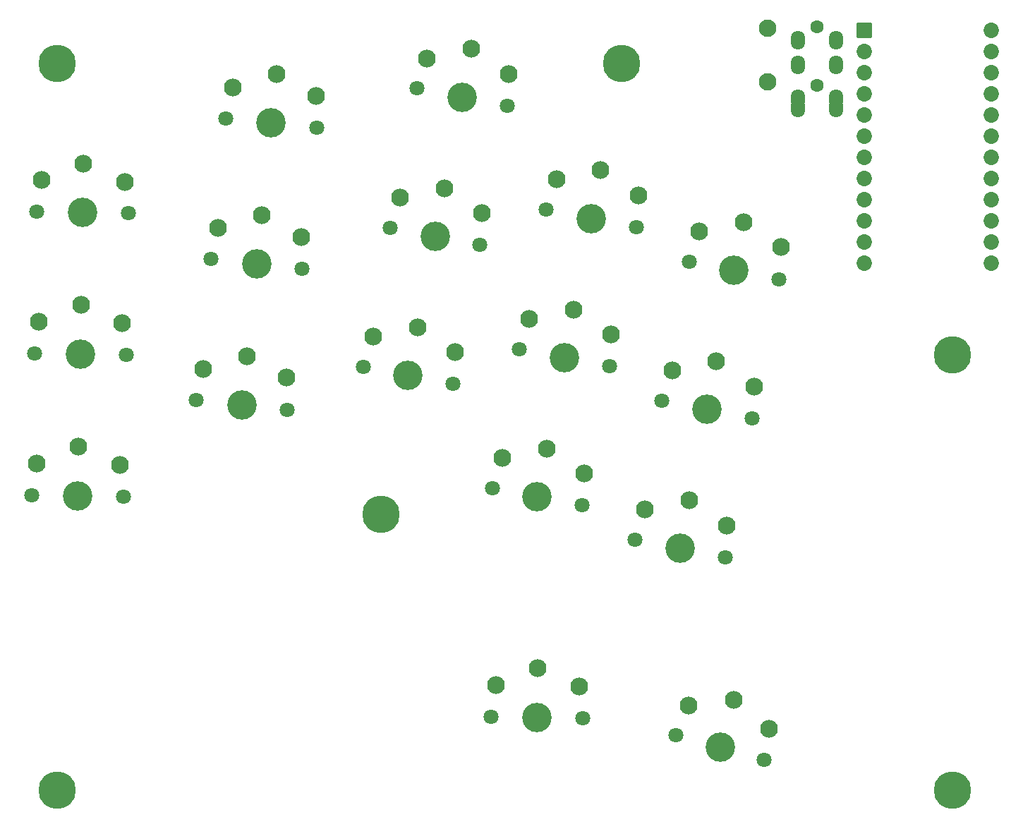
<source format=gts>
%TF.GenerationSoftware,KiCad,Pcbnew,(6.0.2)*%
%TF.CreationDate,2022-04-07T21:26:30-05:00*%
%TF.ProjectId,toast-v1,746f6173-742d-4763-912e-6b696361645f,v1.0.0*%
%TF.SameCoordinates,Original*%
%TF.FileFunction,Soldermask,Top*%
%TF.FilePolarity,Negative*%
%FSLAX46Y46*%
G04 Gerber Fmt 4.6, Leading zero omitted, Abs format (unit mm)*
G04 Created by KiCad (PCBNEW (6.0.2)) date 2022-04-07 21:26:30*
%MOMM*%
%LPD*%
G01*
G04 APERTURE LIST*
G04 Aperture macros list*
%AMRoundRect*
0 Rectangle with rounded corners*
0 $1 Rounding radius*
0 $2 $3 $4 $5 $6 $7 $8 $9 X,Y pos of 4 corners*
0 Add a 4 corners polygon primitive as box body*
4,1,4,$2,$3,$4,$5,$6,$7,$8,$9,$2,$3,0*
0 Add four circle primitives for the rounded corners*
1,1,$1+$1,$2,$3*
1,1,$1+$1,$4,$5*
1,1,$1+$1,$6,$7*
1,1,$1+$1,$8,$9*
0 Add four rect primitives between the rounded corners*
20,1,$1+$1,$2,$3,$4,$5,0*
20,1,$1+$1,$4,$5,$6,$7,0*
20,1,$1+$1,$6,$7,$8,$9,0*
20,1,$1+$1,$8,$9,$2,$3,0*%
G04 Aperture macros list end*
%ADD10C,1.801800*%
%ADD11C,3.529000*%
%ADD12C,2.132000*%
%ADD13C,0.800000*%
%ADD14C,4.500000*%
%ADD15C,2.100000*%
%ADD16C,1.600000*%
%ADD17O,1.700000X2.300000*%
%ADD18RoundRect,0.050000X-0.876300X0.876300X-0.876300X-0.876300X0.876300X-0.876300X0.876300X0.876300X0*%
%ADD19C,1.852600*%
G04 APERTURE END LIST*
D10*
X237577300Y-194441199D03*
D11*
X232290361Y-192925194D03*
D10*
X227003422Y-191409189D03*
D12*
X228531474Y-187894213D03*
X238144091Y-190650586D03*
X233916621Y-187253750D03*
D11*
X155183551Y-162733111D03*
D10*
X149684389Y-162637123D03*
X160682713Y-162829099D03*
D12*
X160249109Y-159020952D03*
X150250632Y-158846428D03*
X155286520Y-156834010D03*
D10*
X200218337Y-149320734D03*
D11*
X194819387Y-148271285D03*
D10*
X189420437Y-147221836D03*
D12*
X190636325Y-143587057D03*
X200452597Y-145495147D03*
X195945160Y-142479685D03*
D10*
X161276095Y-128834278D03*
D11*
X155776933Y-128738290D03*
D10*
X150277771Y-128642302D03*
D12*
X150844014Y-124851607D03*
X160842491Y-125026131D03*
X155879902Y-122839189D03*
D13*
X152700259Y-199736733D03*
X153866985Y-199253459D03*
X153866985Y-196920007D03*
X151533533Y-196920007D03*
X151050259Y-198086733D03*
X151533533Y-199253459D03*
D14*
X152700259Y-198086733D03*
D13*
X152700259Y-196436733D03*
X154350259Y-198086733D03*
D10*
X236097541Y-153408580D03*
X225299641Y-151309682D03*
D11*
X230698591Y-152359131D03*
D12*
X226515529Y-147674903D03*
X236331801Y-149582993D03*
X231824364Y-146567531D03*
D11*
X178412864Y-117992442D03*
D10*
X183882734Y-118567349D03*
X172942994Y-117417535D03*
D12*
X173837463Y-113690616D03*
X183782682Y-114735901D03*
X179029582Y-112124763D03*
D13*
X219516384Y-109436802D03*
X220124217Y-112424399D03*
X221806964Y-109882046D03*
X221361720Y-112172626D03*
X219071140Y-111727382D03*
X222058737Y-111119549D03*
X220753887Y-109185029D03*
D14*
X220439052Y-110804714D03*
D13*
X218819367Y-110489879D03*
D10*
X195907943Y-113846511D03*
D11*
X201306893Y-114895960D03*
D10*
X206705843Y-115945409D03*
D12*
X197123831Y-110211732D03*
X206940103Y-112119822D03*
X202432666Y-109104360D03*
D10*
X149981080Y-145639713D03*
X160979404Y-145831689D03*
D11*
X155480242Y-145735701D03*
D12*
X160545800Y-142023542D03*
X150547323Y-141849018D03*
X155583211Y-139836600D03*
D13*
X153866985Y-112003459D03*
D14*
X152700259Y-110836733D03*
D13*
X152700259Y-112486733D03*
X153866985Y-109670007D03*
X151050259Y-110836733D03*
X151533533Y-109670007D03*
X151533533Y-112003459D03*
X154350259Y-110836733D03*
X152700259Y-109186733D03*
D10*
X204774115Y-189211318D03*
X215772439Y-189403294D03*
D11*
X210273277Y-189307306D03*
D12*
X205340358Y-185420623D03*
X215338835Y-185595147D03*
X210376246Y-183408205D03*
D13*
X261366985Y-196920007D03*
X258550259Y-198086733D03*
X260200259Y-196436733D03*
X261366985Y-199253459D03*
X259033533Y-199253459D03*
X259033533Y-196920007D03*
X260200259Y-199736733D03*
D14*
X260200259Y-198086733D03*
D13*
X261850259Y-198086733D03*
D11*
X216813681Y-129455630D03*
D10*
X211414731Y-128406181D03*
X222212631Y-130505079D03*
D12*
X222446891Y-126679492D03*
X212630619Y-124771402D03*
X217939454Y-123664030D03*
D10*
X228543394Y-134622020D03*
X239341294Y-136720918D03*
D11*
X233942344Y-135671469D03*
D12*
X229759282Y-130987241D03*
X239575554Y-132895331D03*
X235068117Y-129879869D03*
D15*
X237950259Y-113086733D03*
X237950259Y-106586733D03*
D10*
X203462090Y-132633071D03*
X192664190Y-130534173D03*
D11*
X198063140Y-131583622D03*
D12*
X193880078Y-126899394D03*
X203696350Y-128807484D03*
X199188913Y-125792022D03*
D13*
X192498302Y-166326859D03*
X191890469Y-163339262D03*
X189955949Y-164644112D03*
X190652966Y-163591035D03*
X191260799Y-166578632D03*
D14*
X191575634Y-164958947D03*
D13*
X192943546Y-164036279D03*
X190207722Y-165881615D03*
X193195319Y-165273782D03*
D10*
X180328766Y-152381093D03*
D11*
X174858896Y-151806186D03*
D10*
X169389026Y-151231279D03*
D12*
X170283495Y-147504360D03*
X180228714Y-148549645D03*
X175475614Y-145938507D03*
D16*
X243900259Y-113436733D03*
X243900259Y-106436733D03*
D17*
X246200259Y-116136733D03*
X241600259Y-116136733D03*
X241600259Y-115036733D03*
X246200259Y-115036733D03*
X246200259Y-111036733D03*
X241600259Y-111036733D03*
X241600259Y-108036733D03*
X246200259Y-108036733D03*
D10*
X222055889Y-167997345D03*
D11*
X227454839Y-169046794D03*
D10*
X232853789Y-170096243D03*
D12*
X233088049Y-166270656D03*
X223271777Y-164362566D03*
X228580612Y-163255194D03*
D10*
X215725125Y-163880403D03*
D11*
X210326175Y-162830954D03*
D10*
X204927225Y-161781505D03*
D12*
X215959385Y-160054816D03*
X206143113Y-158146726D03*
X211451948Y-157039354D03*
D14*
X260200259Y-145836733D03*
D13*
X261850259Y-145836733D03*
X261366985Y-147003459D03*
X259033533Y-144670007D03*
X259033533Y-147003459D03*
X260200259Y-147486733D03*
X258550259Y-145836733D03*
X261366985Y-144670007D03*
X260200259Y-144186733D03*
D18*
X249580259Y-106866733D03*
D19*
X249580259Y-109406733D03*
X249580259Y-111946733D03*
X249580259Y-114486733D03*
X249580259Y-117026733D03*
X249580259Y-119566733D03*
X249580259Y-122106733D03*
X249580259Y-124646733D03*
X249580259Y-127186733D03*
X249580259Y-129726733D03*
X249580259Y-132266733D03*
X249580259Y-134806733D03*
X264820259Y-106866733D03*
X264820259Y-109406733D03*
X264820259Y-111946733D03*
X264820259Y-114486733D03*
X264820259Y-117026733D03*
X264820259Y-119566733D03*
X264820259Y-122106733D03*
X264820259Y-124646733D03*
X264820259Y-127186733D03*
X264820259Y-129726733D03*
X264820259Y-132266733D03*
X264820259Y-134806733D03*
D10*
X182105750Y-135474221D03*
X171166010Y-134324407D03*
D11*
X176635880Y-134899314D03*
D12*
X182005698Y-131642773D03*
X172060479Y-130597488D03*
X177252598Y-129031635D03*
D11*
X213569928Y-146143292D03*
D10*
X218968878Y-147192741D03*
X208170978Y-145093843D03*
D12*
X209386866Y-141459064D03*
X219203138Y-143367154D03*
X214695701Y-140351692D03*
M02*

</source>
